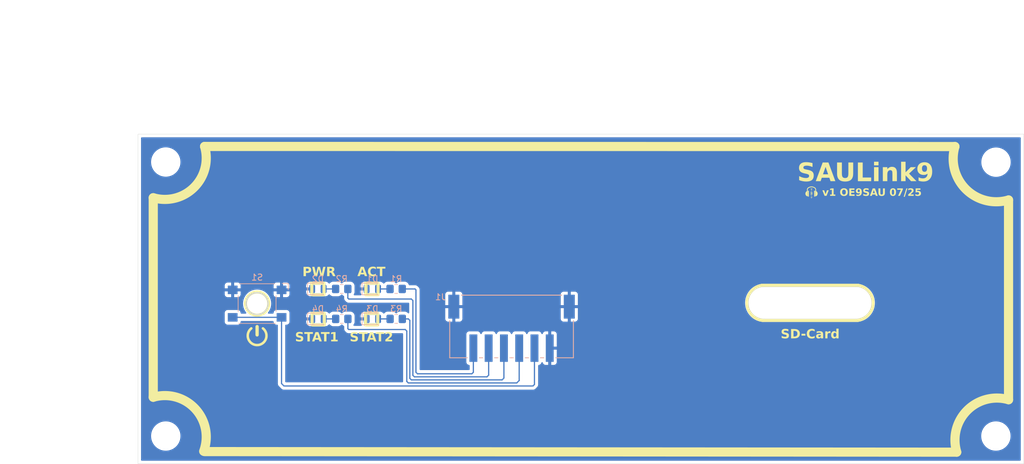
<source format=kicad_pcb>
(kicad_pcb (version 20240108) (generator "pcbnew") (generator_version "8.0")
  (layers (0 "F.Cu" signal) (31 "B.Cu" signal) (34 "B.Paste" user) (35 "F.Paste" user) (36 "B.SilkS" user "B.Silkscreen") (37 "F.SilkS" user "F.Silkscreen") (38 "B.Mask" user) (39 "F.Mask" user) (44 "Edge.Cuts" user))
  (net 0 "")
  (net 1 "GND")
  (footprint "MountingHole:MountingHole_4.3mm_M4" (layer "F.Cu") (at 79.05 68.55)
    (property "Reference" "REF1" (hide yes))
    (property "Value" "MountingHole_4.3mm_M4" (hide yes))
    (pad "" np_thru_hole circle (at 0 0) (size 4.3 4.3) (drill 4.3) (layers "F&B.Cu" "*.Mask"))
  )
  (footprint "LOGO" (layer "F.Cu") (at 184.75 73.55)
    (property "Reference" "G2" (hide yes))
    (property "Value" "LOGO" (hide yes))
    (fp_poly (pts (xy -0.000565 0.834474) (xy 0.087009 0.835065) (xy 0.087009 0.852015) (xy 0.087009 0.868965) (xy -0.000565 0.869557) (xy -0.08814 0.870148) (xy -0.08814 0.852015) (xy -0.08814 0.833882)) (fill solid) (layer "F.SilkS"))
    (fp_poly (pts (xy 0.02938 0.985355) (xy 0.02938 1.001174) (xy -0.00113 1.001174) (xy -0.03164 1.001174) (xy -0.03164 0.985355) (xy -0.03164 0.969535) (xy -0.00113 0.969535) (xy 0.02938 0.969535)) (fill solid) (layer "F.SilkS"))
    (fp_poly (pts (xy -0.000565 0.902261) (xy 0.05537 0.902865) (xy 0.056034 0.91925) (xy 0.056698 0.935635) (xy -0.001346 0.935635) (xy -0.059389 0.935635) (xy -0.057964 0.92377) (xy -0.057132 0.915912) (xy -0.056609 0.909185) (xy -0.056519 0.906781) (xy -0.0565 0.901656)) (fill solid) (layer "F.SilkS"))
    (fp_poly (pts (xy 0.116389 0.785346) (xy 0.116389 0.801166) (xy -0.000628 0.801751) (xy -0.027214 0.801867) (xy -0.049618 0.801924) (xy -0.068177 0.801913) (xy -0.083228 0.801828) (xy -0.09511 0.801661) (xy -0.104158 0.801406) (xy -0.110712 0.801054) (xy -0.115108 0.8006) (xy -0.117684 0.800035) (xy -0.118777 0.799353) (xy -0.118835 0.799238) (xy -0.11937 0.795401) (xy -0.119514 0.788715) (xy -0.119336 0.782833) (xy -0.118649 0.769526) (xy -0.00113 0.769526) (xy 0.116389 0.769526)) (fill solid) (layer "F.SilkS"))
    (fp_poly (pts (xy -0.522178 -0.298269) (xy -0.50562 -0.298208) (xy -0.492911 -0.298033) (xy -0.483381 -0.297693) (xy -0.47636 -0.297142) (xy -0.471176 -0.296331) (xy -0.46716 -0.295211) (xy -0.464427 -0.294102) (xy -0.455167 -0.288226) (xy -0.446477 -0.279858) (xy -0.439652 -0.27044) (xy -0.436341 -0.262884) (xy -0.436099 -0.259775) (xy -0.43587 -0.252417) (xy -0.435654 -0.241078) (xy -0.435451 -0.226029) (xy -0.435261 -0.207539) (xy -0.435085 -0.185878) (xy -0.434922 -0.161316) (xy -0.434773 -0.134123) (xy -0.434638 -0.104568) (xy -0.434517 -0.072922) (xy -0.43441 -0.039454) (xy -0.434317 -0.004434) (xy -0.434238 0.031868) (xy -0.434175 0.069183) (xy -0.434125 0.10724) (xy -0.434091 0.14577) (xy -0.434072 0.184502) (xy -0.434068 0.223168) (xy -0.434079 0.261497) (xy -0.434106 0.29922) (xy -0.434149 0.336066) (xy -0.434207 0.371766) (xy -0.434281 0.40605) (xy -0.434372 0.438648) (xy -0.434478 0.469291) (xy -0.434601 0.497708) (xy -0.434741 0.52363) (xy -0.434897 0.546787) (xy -0.43507 0.566909) (xy -0.43526 0.583726) (xy -0.435467 0.596969) (xy -0.435691 0.606368) (xy -0.435854 0.610432) (xy -0.436568 0.622426) (xy -0.43732 0.630877) (xy -0.43832 0.636759) (xy -0.439776 0.641046) (xy -0.441898 0.644711) (xy -0.443751 0.647246) (xy -0.44983 0.653868) (xy -0.457217 0.660189) (xy -0.459353 0.6617) (xy -0.468603 0.667826) (xy -0.519625 0.668223) (xy -0.534918 0.668246) (xy -0.549179 0.66809) (xy -0.561619 0.667778) (xy -0.571447 0.667331) (xy -0.577874 0.666773) (xy -0.579357 0.666514) (xy -0.591739 0.661467) (xy -0.60118 0.653163) (xy -0.60589 0.64545) (xy -0.60639 0.644233) (xy -0.606848 0.642747) (xy -0.607267 0.640801) (xy -0.607648 0.638207) (xy -0.607993 0.634774) (xy -0.608305 0.630313) (xy -0.608584 0.624633) (xy -0.608832 0.617544) (xy -0.609052 0.608858) (xy -0.609245 0.598383) (xy -0.609412 0.58593) (xy -0.609556 0.57131) (xy -0.609679 0.554332) (xy -0.609781 0.534806) (xy -0.609865 0.512543) (xy -0.609933 0.487353) (xy -0.609986 0.459045) (xy -0.610026 0.427431) (xy -0.610054 0.39232) (xy -0.610074 0.353522) (xy -0.610086 0.310847) (xy -0.610091 0.264106) (xy -0.610093 0.213109) (xy -0.610093 0.192099) (xy -0.610083 0.145941) (xy -0.610052 0.1012) (xy -0.610004 0.058084) (xy -0.609937 0.016798) (xy -0.609854 -0.022449) (xy -0.609755 -0.059453) (xy -0.609641 -0.094005) (xy -0.609512 -0.125901) (xy -0.609371 -0.154932) (xy -0.609218 -0.180892) (xy -0.609053 -0.203575) (xy -0.608877 -0.222774) (xy -0.608692 -0.238283) (xy -0.608499 -0.249894) (xy -0.608298 -0.257401) (xy -0.60809 -0.260599) (xy -0.608087 -0.260612) (xy -0.60287 -0.273497) (xy -0.594008 -0.284497) (xy -0.582378 -0.292594) (xy -0.578446 -0.29448) (xy -0.574783 -0.295897) (xy -0.570688 -0.296913) (xy -0.565462 -0.297592) (xy -0.558405 -0.298001) (xy -0.548816 -0.298206) (xy -0.535997 -0.298272)) (fill solid) (layer "F.SilkS"))
    (fp_poly (pts (xy 0.563337 -0.295862) (xy 0.572158 -0.29571) (xy 0.578599 -0.295383) (xy 0.583194 -0.294848) (xy 0.586478 -0.294072) (xy 0.588987 -0.293023) (xy 0.591254 -0.291669) (xy 0.592209 -0.291037) (xy 0.594004 -0.289981) (xy 0.595654 -0.289182) (xy 0.597166 -0.288455) (xy 0.598546 -0.287616) (xy 0.599801 -0.286481) (xy 0.600936 -0.284865) (xy 0.601959 -0.282586) (xy 0.602874 -0.279459) (xy 0.603689 -0.275299) (xy 0.60441 -0.269924) (xy 0.605042 -0.263148) (xy 0.605592 -0.254788) (xy 0.606067 -0.244659) (xy 0.606472 -0.232579) (xy 0.606814 -0.218362) (xy 0.607099 -0.201825) (xy 0.607333 -0.182783) (xy 0.607522 -0.161053) (xy 0.607673 -0.136451) (xy 0.607791 -0.108792) (xy 0.607884 -0.077893) (xy 0.607957 -0.043569) (xy 0.608016 -0.005637) (xy 0.608068 0.036088) (xy 0.608119 0.08179) (xy 0.608175 0.131652) (xy 0.608239 0.183183) (xy 0.608308 0.236391) (xy 0.608371 0.285266) (xy 0.608423 0.329997) (xy 0.608465 0.370772) (xy 0.608495 0.407779) (xy 0.60851 0.441205) (xy 0.608509 0.471239) (xy 0.608491 0.498068) (xy 0.608454 0.52188) (xy 0.608396 0.542864) (xy 0.608315 0.561206) (xy 0.608211 0.577096) (xy 0.608081 0.59072) (xy 0.607924 0.602267) (xy 0.607737 0.611925) (xy 0.607521 0.619882) (xy 0.607272 0.626325) (xy 0.606989 0.631442) (xy 0.606671 0.635422) (xy 0.606316 0.638452) (xy 0.605922 0.640721) (xy 0.605488 0.642415) (xy 0.605012 0.643723) (xy 0.604493 0.644833) (xy 0.604227 0.645351) (xy 0.597981 0.653648) (xy 0.588827 0.660972) (xy 0.588707 0.661046) (xy 0.577796 0.667826) (xy 0.523372 0.668418) (xy 0.506027 0.668579) (xy 0.492574 0.668611) (xy 0.482388 0.668479) (xy 0.474843 0.668148) (xy 0.469311 0.66758) (xy 0.465167 0.66674) (xy 0.461784 0.665591) (xy 0.459907 0.664762) (xy 0.448849 0.657715) (xy 0.440761 0.647991) (xy 0.43703 0.640676) (xy 0.436569 0.639405) (xy 0.436147 0.637694) (xy 0.43576 0.635355) (xy 0.435408 0.632199) (xy 0.435089 0.628039) (xy 0.434801 0.622686) (xy 0.434544 0.615951) (xy 0.434314 0.607647) (xy 0.434111 0.597585) (xy 0.433934 0.585576) (xy 0.43378 0.571433) (xy 0.433647 0.554967) (xy 0.433535 0.53599) (xy 0.433442 0.514313) (xy 0.433366 0.489749) (xy 0.433305 0.462108) (xy 0.433258 0.431203) (xy 0.433224 0.396845) (xy 0.4332 0.358846) (xy 0.433186 0.317018) (xy 0.433179 0.271171) (xy 0.433178 0.221119) (xy 0.433179 0.185285) (xy 0.433189 0.129692) (xy 0.433212 0.078465) (xy 0.433248 0.03145) (xy 0.433298 -0.011506) (xy 0.433363 -0.050556) (xy 0.433444 -0.085856) (xy 0.433542 -0.117557) (xy 0.433659 -0.145815) (xy 0.433794 -0.170783) (xy 0.433949 -0.192614) (xy 0.434125 -0.211463) (xy 0.434323 -0.227482) (xy 0.434543 -0.240827) (xy 0.434788 -0.251649) (xy 0.435057 -0.260104) (xy 0.435351 -0.266345) (xy 0.435672 -0.270525) (xy 0.435994 -0.272692) (xy 0.439011 -0.28132) (xy 0.443136 -0.288199) (xy 0.444435 -0.289608) (xy 0.446135 -0.291127) (xy 0.447985 -0.29233) (xy 0.450503 -0.293261) (xy 0.454208 -0.293961) (xy 0.459621 -0.294474) (xy 0.46726 -0.294842) (xy 0.477644 -0.295107) (xy 0.491293 -0.295313) (xy 0.508726 -0.295502) (xy 0.517244 -0.295586) (xy 0.536415 -0.295767) (xy 0.551601 -0.29587)) (fill solid) (layer "F.SilkS"))
    (fp_poly (pts (xy 0.038956 -0.998464) (xy 0.05826 -0.997778) (xy 0.071668 -0.996849) (xy 0.12814 -0.990165) (xy 0.183475 -0.980515) (xy 0.238306 -0.967724) (xy 0.293263 -0.951618) (xy 0.34898 -0.932024) (xy 0.406088 -0.908767) (xy 0.429398 -0.89843) (xy 0.466148 -0.881087) (xy 0.499001 -0.864067) (xy 0.528525 -0.846995) (xy 0.555289 -0.829495) (xy 0.579862 -0.811191) (xy 0.602811 -0.791708) (xy 0.624705 -0.77067) (xy 0.628277 -0.767001) (xy 0.65811 -0.733383) (xy 0.684118 -0.698407) (xy 0.706175 -0.662316) (xy 0.724152 -0.625358) (xy 0.737922 -0.587777) (xy 0.747358 -0.549819) (xy 0.750163 -0.532629) (xy 0.750691 -0.526344) (xy 0.751163 -0.515796) (xy 0.751573 -0.501242) (xy 0.751918 -0.482938) (xy 0.752196 -0.461141) (xy 0.7524 -0.436107) (xy 0.752528 -0.408093) (xy 0.752576 -0.377356) (xy 0.752576 -0.37504) (xy 0.752576 -0.235131) (xy 0.762181 -0.230247) (xy 0.77584 -0.222453) (xy 0.791651 -0.212017) (xy 0.808705 -0.199619) (xy 0.826091 -0.185942) (xy 0.842901 -0.171667) (xy 0.854604 -0.160959) (xy 0.886369 -0.127758) (xy 0.914512 -0.092036) (xy 0.93895 -0.054088) (xy 0.959598 -0.014207) (xy 0.976369 0.02731) (xy 0.989178 0.070169) (xy 0.997942 0.114075) (xy 1.002573 0.158733) (xy 1.002988 0.203849) (xy 0.999101 0.249127) (xy 0.990826 0.294273) (xy 0.988671 0.303129) (xy 0.981149 0.329734) (xy 0.972273 0.354966) (xy 0.961351 0.380694) (xy 0.954888 0.394368) (xy 0.932687 0.434876) (xy 0.906781 0.472841) (xy 0.877291 0.508125) (xy 0.84434 0.54059) (xy 0.80805 0.5701) (xy 0.785663 0.585711) (xy 0.765641 0.598897) (xy 0.693684 0.598897) (xy 0.621728 0.598897) (xy 0.620949 0.040115) (xy 0.62017 -0.518667) (xy 0.615327 -0.534487) (xy 0.605357 -0.562378) (xy 0.592789 -0.588949) (xy 0.577237 -0.614817) (xy 0.558315 -0.640599) (xy 0.535634 -0.666912) (xy 0.525447 -0.677699) (xy 0.496301 -0.705699) (xy 0.466055 -0.730633) (xy 0.435322 -0.75203) (xy 0.405577 -0.768992) (xy 0.39275 -0.775008) (xy 0.376319 -0.781976) (xy 0.357034 -0.789631) (xy 0.335643 -0.797708) (xy 0.312895 -0.805943) (xy 0.289541 -0.814072) (xy 0.266328 -0.82183) (xy 0.244008 -0.828953) (xy 0.223328 -0.835177) (xy 0.205038 -0.840238) (xy 0.200009 -0.841519) (xy 0.164375 -0.849903) (xy 0.131794 -0.856501) (xy 0.101231 -0.861451) (xy 0.071649 -0.864892) (xy 0.042011 -0.866963) (xy 0.011282 -0.867802) (xy 0.003303 -0.867835) (xy -0.037969 -0.866854) (xy -0.078502 -0.863825) (xy -0.118923 -0.858623) (xy -0.159857 -0.851119) (xy -0.20193 -0.841188) (xy -0.245768 -0.828702) (xy -0.291997 -0.813535) (xy -0.327121 -0.80088) (xy -0.356696 -0.789547) (xy -0.382538 -0.778855) (xy -0.405311 -0.768399) (xy -0.425679 -0.757774) (xy -0.444307 -0.746574) (xy -0.461859 -0.734393) (xy -0.478998 -0.720826) (xy -0.496389 -0.705468) (xy -0.514696 -0.687912) (xy -0.51881 -0.683817) (xy -0.54225 -0.659222) (xy -0.562023 -0.635873) (xy -0.57856 -0.613103) (xy -0.59229 -0.590248) (xy -0.603644 -0.566642) (xy -0.613051 -0.54162) (xy -0.615328 -0.534487) (xy -0.620204 -0.518667) (xy -0.620951 0.040115) (xy -0.621697 0.598897) (xy -0.694482 0.598798) (xy -0.767266 0.598699) (xy -0.789224 0.583543) (xy -0.823751 0.557939) (xy -0.854445 0.531325) (xy -0.881976 0.503069) (xy -0.907013 0.472539) (xy -0.907021 0.472528) (xy -0.932998 0.434412) (xy -0.954898 0.394637) (xy -0.972727 0.353484) (xy -0.986491 0.311235) (xy -0.996194 0.268175) (xy -1.001842 0.224584) (xy -1.003439 0.180745) (xy -1.000994 0.136941) (xy -0.994508 0.093454) (xy -0.983988 0.050567) (xy -0.969439 0.008561) (xy -0.950867 -0.03228) (xy -0.928276 -0.071675) (xy -0.901672 -0.10934) (xy -0.896072 -0.116391) (xy -0.868327 -0.147519) (xy -0.837162 -0.176783) (xy -0.803569 -0.203309) (xy -0.777708 -0.220676) (xy -0.752818 -0.236169) (xy -0.751962 -0.387588) (xy -0.751796 -0.41779) (xy -0.751644 -0.443866) (xy -0.75148 -0.466209) (xy -0.751277 -0.485212) (xy -0.751008 -0.501269) (xy -0.750645 -0.514773) (xy -0.750162 -0.526118) (xy -0.749531 -0.535697) (xy -0.748725 -0.543904) (xy -0.747717 -0.551132) (xy -0.746481 -0.557774) (xy -0.744988 -0.564223) (xy -0.743212 -0.570874) (xy -0.741125 -0.578119) (xy -0.738702 -0.586353) (xy -0.738128 -0.588308) (xy -0.730771 -0.609579) (xy -0.72071 -0.632905) (xy -0.708513 -0.657218) (xy -0.694746 -0.681453) (xy -0.679975 -0.704543) (xy -0.666497 -0.723196) (xy -0.646394 -0.747424) (xy -0.623786 -0.771438) (xy -0.599619 -0.794367) (xy -0.574835 -0.815341) (xy -0.550382 -0.83349) (xy -0.537877 -0.841667) (xy -0.513748 -0.855841) (xy -0.486058 -0.870718) (xy -0.455629 -0.885897) (xy -0.423284 -0.900977) (xy -0.389845 -0.915556) (xy -0.368156 -0.924476) (xy -0.303325 -0.948274) (xy -0.238427 -0.967626) (xy -0.173198 -0.982606) (xy -0.114129 -0.992388) (xy -0.097363 -0.994252) (xy -0.077223 -0.995825) (xy -0.054712 -0.997082) (xy -0.030835 -0.997998) (xy -0.006596 -0.99855) (xy 0.017003 -0.998713)) (fill solid) (layer "F.SilkS"))
    (fp_poly (pts (xy -0.008101 -0.659698) (xy 0.013324 -0.659617) (xy 0.034695 -0.659492) (xy 0.05553 -0.659326) (xy 0.075343 -0.659122) (xy 0.09365 -0.658883) (xy 0.109968 -0.658613) (xy 0.123813 -0.658313) (xy 0.1347 -0.657988) (xy 0.142145 -0.657639) (xy 0.145664 -0.657271) (xy 0.145866 -0.657185) (xy 0.145095 -0.654971) (xy 0.142316 -0.649155) (xy 0.137714 -0.640085) (xy 0.131473 -0.62811) (xy 0.123779 -0.61358) (xy 0.114816 -0.596844) (xy 0.104769 -0.578251) (xy 0.093823 -0.558151) (xy 0.082773 -0.537999) (xy 0.01808 -0.420416) (xy 0.01808 -0.268) (xy 0.01808 -0.115585) (xy 0.006215 -0.114382) (xy -0.001611 -0.113681) (xy -0.012069 -0.112868) (xy -0.023276 -0.112085) (xy -0.026793 -0.11186) (xy -0.038879 -0.110809) (xy -0.051823 -0.109214) (xy -0.063199 -0.107382) (xy -0.065212 -0.106986) (xy -0.081284 -0.10286) (xy -0.093246 -0.097835) (xy -0.10146 -0.091682) (xy -0.106286 -0.084169) (xy -0.107523 -0.079926) (xy -0.107843 -0.075239) (xy -0.106054 -0.071308) (xy -0.101389 -0.066567) (xy -0.100661 -0.065924) (xy -0.094046 -0.060951) (xy -0.085451 -0.055622) (xy -0.076074 -0.050551) (xy -0.067112 -0.046354) (xy -0.059761 -0.043647) (xy -0.055991 -0.042964) (xy -0.0519 -0.043567) (xy -0.044502 -0.045195) (xy -0.034829 -0.047604) (xy -0.023912 -0.050547) (xy -0.023345 -0.050706) (xy 0.003542 -0.057401) (xy 0.029185 -0.062123) (xy 0.053085 -0.064844) (xy 0.074738 -0.065538) (xy 0.093645 -0.064176) (xy 0.109304 -0.06073) (xy 0.115501 -0.058336) (xy 0.126059 -0.052129) (xy 0.134125 -0.044689) (xy 0.134711 -0.043946) (xy 0.138528 -0.038214) (xy 0.140496 -0.032657) (xy 0.141175 -0.025334) (xy 0.141211 -0.021412) (xy 0.140828 -0.01272) (xy 0.139371 -0.006598) (xy 0.136292 -0.001128) (xy 0.134865 0.000812) (xy 0.126375 0.009262) (xy 0.115267 0.015532) (xy 0.101183 0.019718) (xy 0.083762 0.021915) (xy 0.062644 0.022221) (xy 0.05579 0.02197) (xy 0.036735 0.020636) (xy 0.019188 0.01832) (xy 0.001533 0.014726) (xy -0.017846 0.009558) (xy -0.02737 0.006697) (xy -0.037487 0.003801) (xy -0.046783 0.001536) (xy -0.053901 0.000213) (xy -0.05642 0) (xy -0.062949 0.001177) (xy -0.071318 0.004329) (xy -0.080593 0.008891) (xy -0.089839 0.014297) (xy -0.098121 0.019979) (xy -0.104504 0.025371) (xy -0.108055 0.029908) (xy -0.108479 0.031544) (xy -0.10657 0.035483) (xy -0.101428 0.040689) (xy -0.093934 0.046551) (xy -0.084968 0.052459) (xy -0.07541 0.057806) (xy -0.066141 0.06198) (xy -0.062821 0.063151) (xy -0.05839 0.064259) (xy -0.053919 0.064416) (xy -0.048246 0.063463) (xy -0.040209 0.061241) (xy -0.033441 0.059128) (xy -0.013794 0.053566) (xy 0.007162 0.048856) (xy 0.028369 0.045151) (xy 0.048771 0.042605) (xy 0.067312 0.04137) (xy 0.082933 0.041598) (xy 0.085869 0.04186) (xy 0.103393 0.045118) (xy 0.118096 0.050723) (xy 0.129635 0.058412) (xy 0.137664 0.067922) (xy 0.141842 0.07899) (xy 0.142379 0.085017) (xy 0.140219 0.097611) (xy 0.134061 0.108825) (xy 0.124393 0.117856) (xy 0.121374 0.119741) (xy 0.105466 0.126369) (xy 0.086153 0.130027) (xy 0.063438 0.130715) (xy 0.037325 0.128434) (xy 0.007816 0.123182) (xy -0.024687 0.115072) (xy -0.035385 0.112305) (xy -0.045412 0.110109) (xy -0.053403 0.108765) (xy -0.056956 0.108479) (xy -0.064237 0.10965) (xy -0.073118 0.112786) (xy -0.082652 0.117327) (xy -0.091894 0.122712) (xy -0.099897 0.128378) (xy -0.105714 0.133766) (xy -0.108401 0.138313) (xy -0.108479 0.139047) (xy -0.106649 0.142631) (xy -0.101764 0.14764) (xy -0.094738 0.15333) (xy -0.086482 0.158956) (xy -0.078563 0.163449) (xy -0.069661 0.167191) (xy -0.060831 0.169019) (xy -0.051047 0.168917) (xy -0.039283 0.166872) (xy -0.024512 0.162869) (xy -0.023972 0.162707) (xy 0.003874 0.155367) (xy 0.030289 0.150758) (xy 0.057197 0.148583) (xy 0.06893 0.148324) (xy 0.081678 0.148333) (xy 0.091016 0.148652) (xy 0.098051 0.149411) (xy 0.103889 0.15074) (xy 0.109637 0.152766) (xy 0.110739 0.153212) (xy 0.121552 0.15828) (xy 0.129265 0.163693) (xy 0.135242 0.170514) (xy 0.137673 0.174238) (xy 0.141676 0.184996) (xy 0.141677 0.197016) (xy 0.137685 0.209474) (xy 0.137294 0.210265) (xy 0.130068 0.219671) (xy 0.119122 0.226989) (xy 0.104754 0.2322) (xy 0.087262 0.235286) (xy 0.066945 0.236228) (xy 0.044099 0.23501) (xy 0.019024 0.231611) (xy -0.007983 0.226015) (xy -0.02905 0.220444) (xy -0.040472 0.217193) (xy -0.048511 0.2151) (xy -0.054121 0.214056) (xy -0.058257 0.213952) (xy -0.061875 0.21468) (xy -0.06593 0.216131) (xy -0.066154 0.216218) (xy -0.07326 0.219504) (xy -0.081616 0.224151) (xy -0.090193 0.229486) (xy -0.097965 0.234833) (xy -0.103904 0.239516) (xy -0.106982 0.24286) (xy -0.107106 0.24313) (xy -0.107247 0.247963) (xy -0.106282 0.250741) (xy -0.102572 0.254846) (xy -0.095616 0.260104) (xy -0.086338 0.265915) (xy -0.075657 0.271679) (xy -0.069871 0.274451) (xy -0.057252 0.280225) (xy -0.038231 0.274432) (xy -0.013456 0.267382) (xy 0.008662 0.262234) (xy 0.029443 0.258742) (xy 0.050208 0.256661) (xy 0.059896 0.256119) (xy 0.073912 0.255629) (xy 0.084461 0.255604) (xy 0.092579 0.256098) (xy 0.099299 0.257162) (xy 0.104108 0.258386) (xy 0.119299 0.264435) (xy 0.130701 0.272574) (xy 0.138188 0.282658) (xy 0.141634 0.294541) (xy 0.141753 0.301915) (xy 0.13962 0.313035) (xy 0.134608 0.321946) (xy 0.126142 0.32938) (xy 0.11572 0.335123) (xy 0.100419 0.340281) (xy 0.081839 0.342937) (xy 0.059885 0.343085) (xy 0.034464 0.340723) (xy 0.00548 0.335845) (xy -0.026506 0.328612) (xy -0.039063 0.325502) (xy -0.048154 0.323412) (xy -0.054693 0.322247) (xy -0.059595 0.32191) (xy -0.063775 0.322309) (xy -0.068147 0.323347) (xy -0.070576 0.324043) (xy -0.080362 0.327676) (xy -0.090098 0.332599) (xy -0.098554 0.338065) (xy -0.104504 0.343332) (xy -0.106113 0.34558) (xy -0.107772 0.353131) (xy -0.105634 0.361372) (xy -0.100172 0.369511) (xy -0.091858 0.376754) (xy -0.08526 0.380553) (xy -0.077161 0.383934) (xy -0.068102 0.386593) (xy -0.057313 0.388658) (xy -0.044024 0.390257) (xy -0.027464 0.391518) (xy -0.015255 0.392184) (xy 0.01582 0.393701) (xy 0.01582 0.547149) (xy 0.01582 0.700596) (xy 0.08249 0.700596) (xy 0.149159 0.700596) (xy 0.149159 0.717546) (xy 0.149159 0.734496) (xy 0 0.734496) (xy -0.149159 0.734496) (xy -0.149159 0.717546) (xy -0.149159 0.700596) (xy -0.08475 0.700596) (xy -0.02034 0.700596) (xy -0.02034 0.56421) (xy -0.02034 0.427825) (xy -0.043505 0.426386) (xy -0.069063 0.423472) (xy -0.090962 0.418146) (xy -0.109152 0.410432) (xy -0.123581 0.400356) (xy -0.134198 0.387942) (xy -0.138387 0.380142) (xy -0.141712 0.368799) (xy -0.14284 0.356004) (xy -0.141717 0.343732) (xy -0.139588 0.336574) (xy -0.133391 0.325997) (xy -0.124259 0.315464) (xy -0.113537 0.306474) (xy -0.11121 0.304923) (xy -0.101511 0.29876) (xy -0.102091 0.298363) (xy 0.010408 0.298363) (xy 0.010654 0.300172) (xy 0.014689 0.301883) (xy 0.02178 0.303443) (xy 0.031195 0.304796) (xy 0.042204 0.305887) (xy 0.054075 0.306661) (xy 0.066076 0.307063) (xy 0.077475 0.307039) (xy 0.087541 0.306532) (xy 0.095542 0.305488) (xy 0.097882 0.304941) (xy 0.104092 0.302197) (xy 0.10599 0.299012) (xy 0.10367 0.295964) (xy 0.097226 0.29363) (xy 0.096025 0.293398) (xy 0.087066 0.292359) (xy 0.075826 0.291871) (xy 0.063219 0.291881) (xy 0.05016 0.292337) (xy 0.037561 0.293186) (xy 0.026338 0.294374) (xy 0.017405 0.295848) (xy 0.011674 0.297556) (xy 0.010408 0.298363) (xy -0.102091 0.298363) (xy -0.10895 0.293668) (xy -0.117469 0.287125) (xy -0.126034 0.279364) (xy -0.133482 0.27154) (xy -0.138649 0.264807) (xy -0.139456 0.263414) (xy -0.141946 0.255168) (xy -0.142557 0.244937) (xy -0.141311 0.234835) (xy -0.139066 0.228407) (xy -0.135884 0.223974) (xy -0.130253 0.217686) (xy -0.123165 0.210618) (xy -0.119838 0.207538) (xy -0.112987 0.201235) (xy -0.107624 0.196087) (xy -0.104488 0.192815) (xy -0.103986 0.192083) (xy 0.01356 0.192083) (xy 0.015724 0.194822) (xy 0.021872 0.197081) (xy 0.031483 0.198786) (xy 0.04404 0.19986) (xy 0.059023 0.20023) (xy 0.06893 0.200083) (xy 0.079742 0.19957) (xy 0.089445 0.198742) (xy 0.096796 0.197726) (xy 0.100004 0.196921) (xy 0.105087 0.194019) (xy 0.10617 0.191138) (xy 0.103771 0.188433) (xy 0.098407 0.186057) (xy 0.090597 0.184165) (xy 0.080859 0.182913) (xy 0.069709 0.182454) (xy 0.057668 0.182943) (xy 0.05424 0.183267) (xy 0.040976 0.18492) (xy 0.029607 0.186792) (xy 0.020805 0.188736) (xy 0.015242 0.190607) (xy 0.01356 0.192083) (xy -0.103986 0.192083) (xy -0.103981 0.192075) (xy -0.105604 0.190202) (xy -0.109893 0.186361) (xy -0.115947 0.181356) (xy -0.116412 0.180984) (xy -0.128858 0.16958) (xy -0.137122 0.158409) (xy -0.141489 0.147005) (xy -0.142379 0.138444) (xy -0.141117 0.128175) (xy -0.137036 0.118628) (xy -0.129692 0.109117) (xy -0.118644 0.098951) (xy -0.11523 0.09621) (xy -0.103888 0.087299) (xy 0.014839 0.087299) (xy 0.01791 0.088896) (xy 0.024806 0.090642) (xy 0.029956 0.091695) (xy 0.041016 0.093322) (xy 0.053709 0.094319) (xy 0.066861 0.094688) (xy 0.079299 0.094429) (xy 0.089847 0.093543) (xy 0.097334 0.092031) (xy 0.098382 0.091645) (xy 0.104348 0.088384) (xy 0.105881 0.085301) (xy 0.103048 0.082163) (xy 0.101425 0.081212) (xy 0.097105 0.080207) (xy 0.089267 0.079565) (xy 0.078898 0.079261) (xy 0.066984 0.07927) (xy 0.05451 0.079569) (xy 0.042462 0.080131) (xy 0.031827 0.080932) (xy 0.02359 0.081947) (xy 0.018737 0.083153) (xy 0.018451 0.083296) (xy 0.015163 0.085537) (xy 0.014839 0.087299) (xy -0.103888 0.087299) (xy -0.101115 0.08512) (xy -0.107622 0.080453) (xy -0.115481 0.074261) (xy -0.123665 0.066914) (xy -0.131119 0.059452) (xy -0.136788 0.052916) (xy -0.139187 0.049338) (xy -0.141479 0.04169) (xy -0.142267 0.031915) (xy -0.141551 0.022105) (xy -0.139334 0.014349) (xy -0.139163 0.014013) (xy -0.135722 0.009189) (xy -0.129879 0.002577) (xy -0.122719 -0.004735) (xy -0.115326 -0.011657) (xy -0.108785 -0.017101) (xy -0.1067 -0.018588) (xy -0.104301 -0.020353) (xy -0.104026 -0.021008) (xy 0.011108 -0.021008) (xy 0.014845 -0.019102) (xy 0.022142 -0.017041) (xy 0.03164 -0.015148) (xy 0.037778 -0.014556) (xy 0.047126 -0.014186) (xy 0.058381 -0.014034) (xy 0.070239 -0.014094) (xy 0.081395 -0.01436) (xy 0.090547 -0.014827) (xy 0.096025 -0.01542) (xy 0.102718 -0.017625) (xy 0.105844 -0.020796) (xy 0.105127 -0.02423) (xy 0.100587 -0.027113) (xy 0.094616 -0.028317) (xy 0.085272 -0.028961) (xy 0.07357 -0.029098) (xy 0.060527 -0.028779) (xy 0.047158 -0.028056) (xy 0.034479 -0.02698) (xy 0.023505 -0.025603) (xy 0.015252 -0.023976) (xy 0.011397 -0.022588) (xy 0.011108 -0.021008) (xy -0.104026 -0.021008) (xy -0.103595 -0.022036) (xy -0.105036 -0.024366) (xy -0.109078 -0.028076) (xy -0.116175 -0.033896) (xy -0.116227 -0.033939) (xy -0.127009 -0.043202) (xy -0.134453 -0.051111) (xy -0.139121 -0.0586) (xy -0.141573 -0.066606) (xy -0.142368 -0.076063) (xy -0.142379 -0.077616) (xy -0.140822 -0.092401) (xy -0.135942 -0.104949) (xy -0.127431 -0.115687) (xy -0.114977 -0.125043) (xy -0.103534 -0.131097) (xy -0.092607 -0.135387) (xy -0.07915 -0.139474) (xy -0.064734 -0.142988) (xy -0.050931 -0.145556) (xy -0.039312 -0.146806) (xy -0.03691 -0.14687) (xy -0.0335 -0.146755) (xy -0.03059 -0.146608) (xy -0.02814 -0.146757) (xy -0.02611 -0.147533) (xy -0.024463 -0.149265) (xy -0.023157 -0.152281) (xy -0.022155 -0.156912) (xy -0.021416 -0.163486) (xy -0.020902 -0.172333) (xy -0.020574 -0.183783) (xy -0.020391 -0.198165) (xy -0.020316 -0.215808) (xy -0.020308 -0.237042) (xy -0.020329 -0.262196) (xy -0.02034 -0.286) (xy -0.02034 -0.422356) (xy -0.070904 -0.514582) (xy -0.081766 -0.534405) (xy -0.092436 -0.5539) (xy -0.102617 -0.572523) (xy -0.112013 -0.589731) (xy -0.120326 -0.60498) (xy -0.127261 -0.617725) (xy -0.129846 -0.622492) (xy -0.08814 -0.622492) (xy -0.087083 -0.620274) (xy -0.084091 -0.614603) (xy -0.079432 -0.60597) (xy -0.073374 -0.594869) (xy -0.066185 -0.581791) (xy -0.058133 -0.567231) (xy -0.054805 -0.561234) (xy -0.02147 -0.50124) (xy -0.020866 -0.559636) (xy -0.020743 -0.575538) (xy -0.020712 -0.590013) (xy -0.020767 -0.602427) (xy -0.020904 -0.612146) (xy -0.021116 -0.618535) (xy -0.02136 -0.620894) (xy -0.023112 -0.622098) (xy -0.027624 -0.622943) (xy -0.035389 -0.62347) (xy -0.046896 -0.623721) (xy -0.055299 -0.623757) (xy 0.02034 -0.623757) (xy 0.020362 -0.563302) (xy 0.020384 -0.502847) (xy 0.054262 -0.562525) (xy 0.062708 -0.577429) (xy 0.070386 -0.591023) (xy 0.077022 -0.602822) (xy 0.082346 -0.612342) (xy 0.086085 -0.619095) (xy 0.087967 -0.622599) (xy 0.088139 -0.62298) (xy 0.08601 -0.62325) (xy 0.080141 -0.62348) (xy 0.071315 -0.62365) (xy 0.060313 -0.623744) (xy 0.05424 -0.623757) (xy 0.02034 -0.623757) (xy -0.055299 -0.623757) (xy -0.066898 -0.623675) (xy -0.0767 -0.623449) (xy -0.083909 -0.623111) (xy -0.087734 -0.62269) (xy -0.08814 -0.622492) (xy -0.129846 -0.622492) (xy -0.132519 -0.627423) (xy -0.134995 -0.632017) (xy -0.148522 -0.657227) (xy -0.118896 -0.658798) (xy -0.110654 -0.659105) (xy -0.099077 -0.659348) (xy -0.084649 -0.659529) (xy -0.067853 -0.659652) (xy -0.049173 -0.659719) (xy -0.029095 -0.659733)) (fill solid) (layer "F.SilkS"))
  )
  (footprint "MountingHole:MountingHole_4.3mm_M4" (layer "F.Cu") (at 214.95 68.575)
    (property "Reference" "REF2" (hide yes))
    (property "Value" "MountingHole_4.3mm_M4" (hide yes))
    (pad "" np_thru_hole circle (at 0 0) (size 4.3 4.3) (drill 4.3) (layers "*.Cu" "*.Mask"))
  )
  (footprint "MountingHole:MountingHole_4.3mm_M4" (layer "F.Cu") (at 214.93 113.45)
    (property "Reference" "REF3" (hide yes))
    (property "Value" "MountingHole_4.3mm_M4" (hide yes))
    (pad "" np_thru_hole circle (at 0 0) (size 4.3 4.3) (drill 4.3) (layers "F&B.Cu" "*.Mask"))
  )
  (footprint "LOGO" (layer "F.Cu") (at 94 97)
    (property "Reference" "G0" (hide yes))
    (property "Value" "LOGO" (hide yes))
    (fp_poly (pts (xy 0.032264 -1.746442) (xy 0.055744 -1.744458) (xy 0.075319 -1.739977) (xy 0.095867 -1.732042) (xy 0.11104 -1.725059) (xy 0.164033 -1.692763) (xy 0.207475 -1.651086) (xy 0.240488 -1.601166) (xy 0.262195 -1.544139) (xy 0.266912 -1.522973) (xy 0.26818 -1.508863) (xy 0.269283 -1.481259) (xy 0.270221 -1.440338) (xy 0.270992 -1.386279) (xy 0.271595 -1.319261) (xy 0.272029 -1.239462) (xy 0.272292 -1.147062) (xy 0.272383 -1.042237) (xy 0.272301 -0.925168) (xy 0.272045 -0.796032) (xy 0.27199 -0.775029) (xy 0.271678 -0.661037) (xy 0.271384 -0.559905) (xy 0.271091 -0.47082) (xy 0.270779 -0.392968) (xy 0.270431 -0.325535) (xy 0.270029 -0.267707) (xy 0.269555 -0.21867) (xy 0.26899 -0.177612) (xy 0.268317 -0.143717) (xy 0.267518 -0.116172) (xy 0.266573 -0.094164) (xy 0.265466 -0.076878) (xy 0.264178 -0.063501) (xy 0.262692 -0.053219) (xy 0.260988 -0.045218) (xy 0.259049 -0.038684) (xy 0.256858 -0.032804) (xy 0.255421 -0.029268) (xy 0.228094 0.021896) (xy 0.191574 0.066926) (xy 0.148231 0.103475) (xy 0.100439 0.129195) (xy 0.092147 0.132285) (xy 0.054879 0.14139) (xy 0.011582 0.14609) (xy -0.030653 0.14583) (xy -0.05025 0.143477) (xy -0.103117 0.12756) (xy -0.151828 0.100071) (xy -0.194526 0.062917) (xy -0.229354 0.018007) (xy -0.254458 -0.032753) (xy -0.266751 -0.079006) (xy -0.267819 -0.092455) (xy -0.268794 -0.118423) (xy -0.269676 -0.155756) (xy -0.270465 -0.203301) (xy -0.271162 -0.259903) (xy -0.271764 -0.324408) (xy -0.272274 -0.395663) (xy -0.27269 -0.472514) (xy -0.273013 -0.553805) (xy -0.273242 -0.638385) (xy -0.273377 -0.725098) (xy -0.273418 -0.81279) (xy -0.273365 -0.900308) (xy -0.273218 -0.986498) (xy -0.272977 -1.070205) (xy -0.272642 -1.150276) (xy -0.272212 -1.225557) (xy -0.271687 -1.294894) (xy -0.271068 -1.357132) (xy -0.270354 -1.411118) (xy -0.269545 -1.455698) (xy -0.268642 -1.489718) (xy -0.267643 -1.512024) (xy -0.266889 -1.52004) (xy -0.250627 -1.578732) (xy -0.222577 -1.631184) (xy -0.18368 -1.676163) (xy -0.134873 -1.712433) (xy -0.11104 -1.725059) (xy -0.087485 -1.735585) (xy -0.067892 -1.742069) (xy -0.047384 -1.74547) (xy -0.021082 -1.746746) (xy 0 -1.746891)) (fill solid) (layer "F.SilkS"))
    (fp_poly (pts (xy 0.984716 -1.392233) (xy 1.014826 -1.384106) (xy 1.046089 -1.36913) (xy 1.080974 -1.346106) (xy 1.121951 -1.313834) (xy 1.124982 -1.311306) (xy 1.233243 -1.211954) (xy 1.332825 -1.102682) (xy 1.423022 -0.984677) (xy 1.503128 -0.859128) (xy 1.57244 -0.727223) (xy 1.630249 -0.59015) (xy 1.675853 -0.449097) (xy 1.702013 -0.339475) (xy 1.711675 -0.289816) (xy 1.719152 -0.246055) (xy 1.724704 -0.205152) (xy 1.728592 -0.16407) (xy 1.731076 -0.119769) (xy 1.732417 -0.06921) (xy 1.732875 -0.009353) (xy 1.732865 0.020511) (xy 1.732579 0.078526) (xy 1.731878 0.125496) (xy 1.730608 0.16405) (xy 1.728612 0.196816) (xy 1.725734 0.226421) (xy 1.721821 0.255494) (xy 1.717335 0.283078) (xy 1.693135 0.403886) (xy 1.663179 0.515987) (xy 1.626105 0.623622) (xy 1.580551 0.731034) (xy 1.559096 0.776016) (xy 1.484988 0.911632) (xy 1.400112 1.039139) (xy 1.305028 1.158012) (xy 1.200297 1.267729) (xy 1.08648 1.367765) (xy 0.964135 1.457596) (xy 0.833825 1.5367) (xy 0.69611 1.604552) (xy 0.652948 1.622834) (xy 0.55445 1.659675) (xy 0.454611 1.690007) (xy 0.349353 1.71494) (xy 0.24341 1.734192) (xy 0.21844 1.737116) (xy 0.182775 1.739875) (xy 0.139256 1.742382) (xy 0.090723 1.744546) (xy 0.040016 1.746278) (xy -0.010023 1.747491) (xy -0.056554 1.748093) (xy -0.096737 1.747997) (xy -0.127731 1.747113) (xy -0.140161 1.746226) (xy -0.291041 1.725742) (xy -0.433981 1.695101) (xy -0.570739 1.653791) (xy -0.70307 1.601297) (xy -0.805247 1.551787) (xy -0.936951 1.47523) (xy -1.060506 1.388041) (xy -1.175413 1.290918) (xy -1.281173 1.184564) (xy -1.377288 1.069678) (xy -1.463261 0.946959) (xy -1.538592 0.817109) (xy -1.602783 0.680828) (xy -1.655337 0.538815) (xy -1.695755 0.391772) (xy -1.719691 0.266649) (xy -1.729163 0.185602) (xy -1.734411 0.095553) (xy -1.735488 0.000489) (xy -1.732446 -0.095602) (xy -1.725336 -0.188734) (xy -1.71421 -0.27492) (xy -1.712518 -0.28513) (xy -1.681314 -0.428704) (xy -1.637358 -0.569736) (xy -1.581347 -0.707011) (xy -1.513975 -0.839314) (xy -1.435938 -0.965429) (xy -1.34793 -1.084141) (xy -1.250646 -1.194235) (xy -1.144782 -1.294496) (xy -1.126181 -1.310308) (xy -1.087998 -1.341041) (xy -1.056471 -1.36321) (xy -1.028896 -1.37822) (xy -1.002569 -1.387476) (xy -0.974785 -1.392383) (xy -0.966707 -1.393143) (xy -0.915361 -1.391055) (xy -0.868511 -1.377317) (xy -0.827436 -1.353523) (xy -0.793415 -1.321267) (xy -0.767726 -1.282141) (xy -0.75165 -1.237741) (xy -0.746465 -1.189659) (xy -0.753451 -1.139489) (xy -0.75601 -1.130644) (xy -0.759783 -1.118868) (xy -0.763751 -1.108546) (xy -0.768988 -1.098459) (xy -0.776574 -1.087392) (xy -0.787583 -1.074125) (xy -0.803093 -1.057443) (xy -0.824179 -1.036127) (xy -0.85192 -1.008959) (xy -0.887391 -0.974724) (xy -0.930556 -0.93327) (xy -1.017459 -0.84165) (xy -1.093425 -0.74375) (xy -1.159434 -0.63809) (xy -1.216467 -0.523192) (xy -1.240323 -0.465901) (xy -1.279816 -0.347276) (xy -1.307395 -0.223564) (xy -1.323048 -0.096414) (xy -1.326759 0.032524) (xy -1.318515 0.161599) (xy -1.298302 0.289162) (xy -1.266106 0.413563) (xy -1.248255 0.466555) (xy -1.197574 0.586702) (xy -1.134752 0.701551) (xy -1.06064 0.810055) (xy -0.976094 0.911168) (xy -0.881968 1.003841) (xy -0.779114 1.087028) (xy -0.696892 1.142483) (xy -0.580788 1.206718) (xy -0.460198 1.258402) (xy -0.336066 1.297537) (xy -0.209339 1.324121) (xy -0.08096 1.338154) (xy 0.048126 1.339635) (xy 0.176972 1.328565) (xy 0.304635 1.304942) (xy 0.43017 1.268767) (xy 0.552631 1.220039) (xy 0.671074 1.158758) (xy 0.697389 1.143047) (xy 0.78469 1.083635) (xy 0.870418 1.013966) (xy 0.951979 0.93662) (xy 1.02678 0.854173) (xy 1.092224 0.769204) (xy 1.127234 0.715944) (xy 1.19205 0.598024) (xy 1.24426 0.476292) (xy 1.284342 0.349426) (xy 1.312775 0.216105) (xy 1.316448 0.19295) (xy 1.322783 0.134232) (xy 1.325935 0.066248) (xy 1.326025 -0.006998) (xy 1.323176 -0.081504) (xy 1.317511 -0.153266) (xy 1.309153 -0.218283) (xy 1.302773 -0.252974) (xy 1.268274 -0.384715) (xy 1.221929 -0.510451) (xy 1.164087 -0.629523) (xy 1.0951 -0.741271) (xy 1.015315 -0.845038) (xy 0.952514 -0.913293) (xy 0.924934 -0.940741) (xy 0.891887 -0.973023) (xy 0.857951 -1.005694) (xy 0.83338 -1.028991) (xy 0.805833 -1.055291) (xy 0.78655 -1.075154) (xy 0.773541 -1.091182) (xy 0.764814 -1.105982) (xy 0.758377 -1.122159) (xy 0.755688 -1.130611) (xy 0.746702 -1.182416) (xy 0.750797 -1.233254) (xy 0.767416 -1.281174) (xy 0.796001 -1.324225) (xy 0.817095 -1.345538) (xy 0.858104 -1.373762) (xy 0.904015 -1.389928) (xy 0.953291 -1.394711)) (fill solid) (layer "F.SilkS"))
  )
  (footprint "MountingHole:MountingHole_4.3mm_M4" (layer "F.Cu") (at 79.05 113.45)
    (property "Reference" "REF4" (hide yes))
    (property "Value" "MountingHole_4.3mm_M4" (hide yes))
    (pad "" np_thru_hole circle (at 0 0) (size 4.3 4.3) (drill 4.3) (layers "F&B.Cu" "*.Mask"))
  )
  (footprint "LED_SMD:LED_0805_2012Metric" (layer "B.Cu") (at 112.858423 89.35)
    (property "Reference" "D1" (at 0 -1.64 0) (layer "B.SilkS") (effects (justify mirror)))
    (property "Value" "LED_0805_2012Metric" (hide yes))
    (fp_line (start -1.685 -0.96) (end -1.685 0.96) (stroke (width 0.12)) (layer "B.SilkS"))
    (fp_line (start -1.685 0.96) (end 1 0.96) (stroke (width 0.12)) (layer "B.SilkS"))
    (fp_line (start 1 -0.96) (end -1.685 -0.96) (stroke (width 0.12)) (layer "B.SilkS"))
    (pad "1" smd roundrect (at -0.9375 0) (size 0.975 1.4) (layers "B.Cu" "B.Paste" "B.Mask") (net 1 "GND"))
    (pad "2" smd roundrect (at 0.9375 0) (size 0.975 1.4) (layers "B.Cu" "B.Paste" "B.Mask"))
  )
  (footprint "S6B_XH_SM4_TB:CONN_S6B-XH-SM4-TB_JST" (layer "B.Cu") (at 135.65 95.496199)
    (property "Reference" "J1" (at -11.6472 -4.818199 0) (layer "B.SilkS") (effects (justify mirror)))
    (property "Value" "CONN_S6B-XH-SM4-TB_JST")
    (fp_line (start -10.1219 -0.957659) (end -10.1219 5.1308) (stroke (width 0.1524)) (layer "B.SilkS"))
    (fp_line (start -10.1219 5.1308) (end -7.23044 5.1308) (stroke (width 0.1524)) (layer "B.SilkS"))
    (fp_line (start -5.26956 5.1308) (end -4.73044 5.1308) (stroke (width 0.1524)) (layer "B.SilkS"))
    (fp_line (start -2.76956 5.1308) (end -2.23044 5.1308) (stroke (width 0.1524)) (layer "B.SilkS"))
    (fp_line (start -0.26956 5.1308) (end 0.26956 5.1308) (stroke (width 0.1524)) (layer "B.SilkS"))
    (fp_line (start 2.23044 5.1308) (end 2.76956 5.1308) (stroke (width 0.1524)) (layer "B.SilkS"))
    (fp_line (start 4.73044 5.1308) (end 5.26956 5.1308) (stroke (width 0.1524)) (layer "B.SilkS"))
    (fp_line (start 7.23044 5.1308) (end 10.1219 5.1308) (stroke (width 0.1524)) (layer "B.SilkS"))
    (fp_line (start 8.215559 -5.1308) (end -8.215559 -5.1308) (stroke (width 0.1524)) (layer "B.SilkS"))
    (fp_line (start 10.1219 5.1308) (end 10.1219 -0.957659) (stroke (width 0.1524)) (layer "B.SilkS"))
    (pad "1" smd rect (at -6.25 3.553801) (size 1.2954 4.4958) (layers "B.Cu" "B.Paste" "B.Mask"))
    (pad "2" smd rect (at -3.75 3.553801) (size 1.2954 4.4958) (layers "B.Cu" "B.Paste" "B.Mask"))
    (pad "3" smd rect (at -1.25 3.553801) (size 1.2954 4.4958) (layers "B.Cu" "B.Paste" "B.Mask"))
    (pad "4" smd rect (at 1.25 3.553801) (size 1.2954 4.4958) (layers "B.Cu" "B.Paste" "B.Mask"))
    (pad "5" smd rect (at 3.75 3.553801) (size 1.2954 4.4958) (layers "B.Cu" "B.Paste" "B.Mask"))
    (pad "6" smd rect (at 6.25 3.553801) (size 1.2954 4.4958) (layers "B.Cu" "B.Paste" "B.Mask") (net 1 "GND"))
    (pad "7" smd rect (at -9.449999 -3.246199) (size 1.8034 3.9116) (layers "B.Cu" "B.Paste" "B.Mask") (net 1 "GND"))
    (pad "8" smd rect (at 9.449999 -3.246199) (size 1.8034 3.9116) (layers "B.Cu" "B.Paste" "B.Mask") (net 1 "GND"))
  )
  (footprint "Resistor_SMD:R_0805_2012Metric_Pad1.20x1.40mm_HandSolder" (layer "B.Cu") (at 116.76 89.35 180)
    (property "Reference" "R1" (at 0 1.65 0) (layer "B.SilkS") (effects (justify mirror)))
    (property "Value" "10k")
    (fp_line (start 0.227064 0.735) (end -0.227064 0.735) (stroke (width 0.12)) (layer "B.SilkS"))
    (fp_line (start 0.227064 -0.735) (end -0.227064 -0.735) (stroke (width 0.12)) (layer "B.SilkS"))
    (pad "1" smd roundrect (at -1 0 180) (size 1.2 1.4) (layers "B.Cu" "B.Paste" "B.Mask") (roundrect_rratio 0.208333))
    (pad "2" smd roundrect (at 1 0 180) (size 1.2 1.4) (layers "B.Cu" "B.Paste" "B.Mask") (roundrect_rratio 0.208333))
  )
  (footprint "Resistor_SMD:R_0805_2012Metric_Pad1.20x1.40mm_HandSolder" (layer "B.Cu") (at 107.85 89.35 180)
    (property "Reference" "R2" (at 0 1.65 0) (layer "B.SilkS") (effects (justify mirror)))
    (property "Value" "10k")
    (fp_line (start 0.227064 0.735) (end -0.227064 0.735) (stroke (width 0.12)) (layer "B.SilkS"))
    (fp_line (start 0.227064 -0.735) (end -0.227064 -0.735) (stroke (width 0.12)) (layer "B.SilkS"))
    (pad "1" smd roundrect (at -1 0 180) (size 1.2 1.4) (layers "B.Cu" "B.Paste" "B.Mask") (roundrect_rratio 0.208333))
    (pad "2" smd roundrect (at 1 0 180) (size 1.2 1.4) (layers "B.Cu" "B.Paste" "B.Mask") (roundrect_rratio 0.208333))
  )
  (footprint "Button_Switch_SMD:SW_SPST_Omron_B3FS-101xP" (layer "B.Cu") (at 94 91.75 180)
    (property "Reference" "S1" (at 0 4.3 0) (layer "B.SilkS") (effects (justify mirror)))
    (property "Value" "SW_SPST_Omron_B3FS-101xP")
    (fp_line (start 3.1 -1.3) (end 3.1 1.3) (stroke (width 0.12)) (layer "B.SilkS"))
    (fp_line (start -2.9 3.25) (end 2.9 3.25) (stroke (width 0.12)) (layer "B.SilkS"))
    (fp_line (start -3 -3.25) (end 3 -3.25) (stroke (width 0.12)) (layer "B.SilkS"))
    (fp_line (start -3.1 -1.3) (end -3.1 1.3) (stroke (width 0.12)) (layer "B.SilkS"))
    (fp_line (start -4.1 3.3) (end -5.1 3.3) (stroke (width 0.12)) (layer "B.SilkS"))
    (fp_line (start -5.1 3.3) (end -5.1 2.3) (stroke (width 0.12)) (layer "B.SilkS"))
    (pad "1" smd rect (at -4 2.25) (size 1.6 1.4) (layers "B.Cu" "B.Paste" "B.Mask") (net 1 "GND"))
    (pad "1" smd rect (at 4 2.25) (size 1.6 1.4) (layers "B.Cu" "B.Paste" "B.Mask") (net 1 "GND"))
    (pad "2" smd rect (at -4 -2.25) (size 1.6 1.4) (layers "B.Cu" "B.Paste" "B.Mask"))
    (pad "2" smd rect (at 4 -2.25) (size 1.6 1.4) (layers "B.Cu" "B.Paste" "B.Mask"))
  )
  (footprint "LED_SMD:LED_0805_2012Metric" (layer "B.Cu") (at 103.958423 94.26)
    (property "Reference" "D4" (at 0 -1.64 0) (layer "B.SilkS") (effects (justify mirror)))
    (property "Value" "LED_0805_2012Metric" (hide yes))
    (fp_line (start -1.685 -0.96) (end -1.685 0.96) (stroke (width 0.12)) (layer "B.SilkS"))
    (fp_line (start -1.685 0.96) (end 1 0.96) (stroke (width 0.12)) (layer "B.SilkS"))
    (fp_line (start 1 -0.96) (end -1.685 -0.96) (stroke (width 0.12)) (layer "B.SilkS"))
    (pad "1" smd roundrect (at -0.9375 0) (size 0.975 1.4) (layers "B.Cu" "B.Paste" "B.Mask") (net 1 "GND"))
    (pad "2" smd roundrect (at 0.9375 0) (size 0.975 1.4) (layers "B.Cu" "B.Paste" "B.Mask"))
  )
  (footprint "Resistor_SMD:R_0805_2012Metric_Pad1.20x1.40mm_HandSolder" (layer "B.Cu") (at 116.77 94.26 180)
    (property "Reference" "R3" (at 0 1.65 0) (layer "B.SilkS") (effects (justify mirror)))
    (property "Value" "10k")
    (fp_line (start 0.227064 0.735) (end -0.227064 0.735) (stroke (width 0.12)) (layer "B.SilkS"))
    (fp_line (start 0.227064 -0.735) (end -0.227064 -0.735) (stroke (width 0.12)) (layer "B.SilkS"))
    (pad "1" smd roundrect (at -1 0 180) (size 1.2 1.4) (layers "B.Cu" "B.Paste" "B.Mask") (roundrect_rratio 0.208333))
    (pad "2" smd roundrect (at 1 0 180) (size 1.2 1.4) (layers "B.Cu" "B.Paste" "B.Mask") (roundrect_rratio 0.208333))
  )
  (footprint "LED_SMD:LED_0805_2012Metric" (layer "B.Cu") (at 112.868423 94.26)
    (property "Reference" "D3" (at 0 -1.64 0) (layer "B.SilkS") (effects (justify mirror)))
    (property "Value" "LED_0805_2012Metric" (hide yes))
    (fp_line (start -1.685 -0.96) (end -1.685 0.96) (stroke (width 0.12)) (layer "B.SilkS"))
    (fp_line (start -1.685 0.96) (end 1 0.96) (stroke (width 0.12)) (layer "B.SilkS"))
    (fp_line (start 1 -0.96) (end -1.685 -0.96) (stroke (width 0.12)) (layer "B.SilkS"))
    (pad "1" smd roundrect (at -0.9375 0) (size 0.975 1.4) (layers "B.Cu" "B.Paste" "B.Mask") (net 1 "GND"))
    (pad "2" smd roundrect (at 0.9375 0) (size 0.975 1.4) (layers "B.Cu" "B.Paste" "B.Mask"))
  )
  (footprint "LED_SMD:LED_0805_2012Metric" (layer "B.Cu") (at 103.948423 89.35)
    (property "Reference" "D2" (at 0 -1.64 0) (layer "B.SilkS") (effects (justify mirror)))
    (property "Value" "LED_0805_2012Metric" (hide yes))
    (fp_line (start -1.685 -0.96) (end -1.685 0.96) (stroke (width 0.12)) (layer "B.SilkS"))
    (fp_line (start -1.685 0.96) (end 1 0.96) (stroke (width 0.12)) (layer "B.SilkS"))
    (fp_line (start 1 -0.96) (end -1.685 -0.96) (stroke (width 0.12)) (layer "B.SilkS"))
    (pad "1" smd roundrect (at -0.9375 0) (size 0.975 1.4) (layers "B.Cu" "B.Paste" "B.Mask") (net 1 "GND"))
    (pad "2" smd roundrect (at 0.9375 0) (size 0.975 1.4) (layers "B.Cu" "B.Paste" "B.Mask"))
  )
  (footprint "Resistor_SMD:R_0805_2012Metric_Pad1.20x1.40mm_HandSolder" (layer "B.Cu") (at 107.86 94.26 180)
    (property "Reference" "R4" (at 0 1.65 0) (layer "B.SilkS") (effects (justify mirror)))
    (property "Value" "10k")
    (fp_line (start 0.227064 0.735) (end -0.227064 0.735) (stroke (width 0.12)) (layer "B.SilkS"))
    (fp_line (start 0.227064 -0.735) (end -0.227064 -0.735) (stroke (width 0.12)) (layer "B.SilkS"))
    (pad "1" smd roundrect (at -1 0 180) (size 1.2 1.4) (layers "B.Cu" "B.Paste" "B.Mask") (roundrect_rratio 0.208333))
    (pad "2" smd roundrect (at 1 0 180) (size 1.2 1.4) (layers "B.Cu" "B.Paste" "B.Mask") (roundrect_rratio 0.208333))
  )
  (gr_arc (start 192.34834 88.75) (mid 194.817923 91.630095) (end 192.336486 94.499999) (stroke (width 0.5)) (layer "F.SilkS"))
  (gr_arc (start 85.403806 66) (mid 83.69309 72.69309) (end 77 74.403806) (stroke (width 1.5)) (layer "F.SilkS"))
  (gr_arc (start 208.526121 116.088273) (mid 210.209159 109.274252) (end 217 107.500001) (stroke (width 1.5)) (layer "F.SilkS"))
  (gr_rect (start 111.8 88.4) (end 113.8 90.3) (stroke (width 0.5)) (fill none) (layer "F.SilkS"))
  (gr_arc (start 217 74.77307) (mid 210.011784 72.999218) (end 208.22254 66.014928) (stroke (width 1.5)) (layer "F.SilkS"))
  (gr_line (start 176.745513 94.5) (end 192.336486 94.5) (stroke (width 0.5)) (layer "F.SilkS"))
  (gr_rect (start 103 93.35) (end 105 95.25) (stroke (width 0.5)) (fill none) (layer "F.SilkS"))
  (gr_line (start 217 74.77307) (end 217 107.500001) (stroke (width 1.5)) (layer "F.SilkS"))
  (gr_line (start 208.22254 66.014928) (end 85.403806 66) (stroke (width 1.5)) (layer "F.SilkS"))
  (gr_circle (center 94 91.75) (end 95.9 91.75) (stroke (width 0.5)) (fill none) (layer "F.SilkS"))
  (gr_arc (start 77 107.096195) (mid 83.856117 108.975687) (end 85.256388 115.945484) (stroke (width 1.5)) (layer "F.SilkS"))
  (gr_rect (start 111.75 93.35) (end 113.75 95.25) (stroke (width 0.5)) (fill none) (layer "F.SilkS"))
  (gr_rect (start 102.95 88.4) (end 104.95 90.3) (stroke (width 0.5)) (fill none) (layer "F.SilkS"))
  (gr_line (start 208.5 116.096194) (end 85.403806 116) (stroke (width 1.5)) (layer "F.SilkS"))
  (gr_line (start 176.659054 88.75) (end 192.340999 88.75) (stroke (width 0.5)) (layer "F.SilkS"))
  (gr_line (start 77 74.403806) (end 77 107.096194) (stroke (width 1.5)) (layer "F.SilkS"))
  (gr_arc (start 176.692886 94.5) (mid 174.185466 91.639651) (end 176.659054 88.75) (stroke (width 0.5)) (layer "F.SilkS"))
  (gr_rect (start 103.22 93.57) (end 104.72 94.97) (stroke (width 0.05)) (fill none) (layer "Edge.Cuts"))
  (gr_rect (start 112.12 88.66) (end 113.62 90.06) (stroke (width 0.05)) (fill none) (layer "Edge.Cuts"))
  (gr_rect (start 112.13 93.57) (end 113.63 94.97) (stroke (width 0.05)) (fill none) (layer "Edge.Cuts"))
  (gr_line (start 177.000027 89) (end 192.000027 89) (stroke (width 0.05)) (layer "Edge.Cuts"))
  (gr_circle (center 94 91.75) (end 95.8 91.75) (stroke (width 0.2)) (fill none) (layer "Edge.Cuts"))
  (gr_arc (start 192.000027 89) (mid 194.625 91.625) (end 192.000027 94.25) (stroke (width 0.05)) (layer "Edge.Cuts"))
  (gr_rect (start 74.5 64) (end 219.5 118) (stroke (width 0.05)) (fill none) (layer "Edge.Cuts"))
  (gr_rect (start 103.21 88.66) (end 104.71 90.06) (stroke (width 0.05)) (fill none) (layer "Edge.Cuts"))
  (gr_arc (start 177.000027 94.25) (mid 174.375 91.625) (end 177.000027 89) (stroke (width 0.05)) (layer "Edge.Cuts"))
  (gr_line (start 177.000027 94.25) (end 192.000027 94.25) (stroke (width 0.05)) (layer "Edge.Cuts"))
  (gr_text "SAULink9\n" (at 182.4 72.2 0) (layer "F.SilkS") (effects (font (size 3 3) (thickness 0.2) (bold yes)) (justify left bottom)))
  (gr_text "SD-Card" (at 179.700027 97.7 0) (layer "F.SilkS") (effects (font (size 1.5 1.5) (thickness 0.2) (bold yes)) (justify left bottom)))
  (gr_text "v1 OE9SAU 07/25" (at 186.5 74.3 0) (layer "F.SilkS") (effects (font (size 1.2 1.2) (thickness 0.2) (bold yes)) (justify left bottom)))
  (gr_text "PWR" (at 101.41 87.51 0) (layer "F.SilkS") (effects (font (size 1.5 1.5) (thickness 0.2) (bold yes)) (justify left bottom)))
  (gr_text "STAT1" (at 100.2 98.2 0) (layer "F.SilkS") (effects (font (size 1.5 1.5) (thickness 0.2) (bold yes)) (justify left bottom)))
  (gr_text "STAT2\n" (at 109.15 98.2 0) (layer "F.SilkS") (effects (font (size 1.5 1.5) (thickness 0.2) (bold yes)) (justify left bottom)))
  (gr_text "ACT" (at 110.41 87.5 0) (layer "F.SilkS") (effects (font (size 1.5 1.5) (thickness 0.2) (bold yes)) (justify left bottom)))
  (segment (start 109 91) (end 108.85 90.85) (width 0.2) (layer "B.Cu") (net 0))
  (segment (start 98 104.85) (end 98 94.15) (width 0.2) (layer "B.Cu") (net 0))
  (segment (start 108.86 95.86) (end 108.86 94.26) (width 0.2) (layer "B.Cu") (net 0))
  (segment (start 108.85 90.85) (end 108.85 89.35) (width 0.2) (layer "B.Cu") (net 0))
  (segment (start 117.77 94.26) (end 118.76 94.26) (width 0.2) (layer "B.Cu") (net 0))
  (segment (start 106.76 89.36) (end 106.75 89.35) (width 0.2) (layer "B.Cu") (net 0))
  (segment (start 131.9 103.475) (end 131.625 103.75) (width 0.2) (layer "B.Cu") (net 0))
  (segment (start 139.4 99.05) (end 139.4 105) (width 0.2) (layer "B.Cu") (net 0))
  (segment (start 134.1 104.25) (end 134.4 103.95) (width 0.2) (layer "B.Cu") (net 0))
  (segment (start 119.85 89.35) (end 120 89.5) (width 0.2) (layer "B.Cu") (net 0))
  (segment (start 113.805923 94.26) (end 115.77 94.26) (width 0.2) (layer "B.Cu") (net 0))
  (segment (start 90 94) (end 98 94) (width 0.2) (layer "B.Cu") (net 0))
  (segment (start 120 103) (end 120.25 103.25) (width 0.2) (layer "B.Cu") (net 0))
  (segment (start 107.06 94.26) (end 107.07 94.27) (width 0.2) (layer "B.Cu") (net 0))
  (segment (start 115.67 89.36) (end 115.66 89.35) (width 0.2) (layer "B.Cu") (net 0))
  (segment (start 134.4 103.95) (end 134.4 99.05) (width 0.2) (layer "B.Cu") (net 0))
  (segment (start 119 94.5) (end 119 104) (width 0.2) (layer "B.Cu") (net 0))
  (segment (start 113.795923 89.35) (end 115.76 89.35) (width 0.2) (layer "B.Cu") (net 0))
  (segment (start 115.68 94.27) (end 115.67 94.26) (width 0.2) (layer "B.Cu") (net 0))
  (segment (start 139.15 105.25) (end 98.4 105.25) (width 0.2) (layer "B.Cu") (net 0))
  (segment (start 118.25 96) (end 109 96) (width 0.2) (layer "B.Cu") (net 0))
  (segment (start 118.75 104.75) (end 118.5 104.5) (width 0.2) (layer "B.Cu") (net 0))
  (segment (start 118.5 104.5) (end 118.5 96.25) (width 0.2) (layer "B.Cu") (net 0))
  (segment (start 136.9 104.35) (end 136.5 104.75) (width 0.2) (layer "B.Cu") (net 0))
  (segment (start 115.96 89.35) (end 115.97 89.36) (width 0.2) (layer "B.Cu") (net 0))
  (segment (start 131.625 103.75) (end 119.75 103.75) (width 0.2) (layer "B.Cu") (net 0))
  (segment (start 129.4 103) (end 129.4 99.05) (width 0.2) (layer "B.Cu") (net 0))
  (segment (start 109 96) (end 108.86 95.86) (width 0.2) (layer "B.Cu") (net 0))
  (segment (start 118.5 96.25) (end 118.25 96) (width 0.2) (layer "B.Cu") (net 0))
  (segment (start 139.4 105) (end 139.15 105.25) (width 0.2) (layer "B.Cu") (net 0))
  (segment (start 117.76 89.35) (end 119.85 89.35) (width 0.2) (layer "B.Cu") (net 0))
  (segment (start 118.76 94.26) (end 119 94.5) (width 0.2) (layer "B.Cu") (net 0))
  (segment (start 115.97 94.26) (end 115.98 94.27) (width 0.2) (layer "B.Cu") (net 0))
  (segment (start 129.15 103.25) (end 129.4 103) (width 0.2) (layer "B.Cu") (net 0))
  (segment (start 104.885923 89.35) (end 106.85 89.35) (width 0.2) (layer "B.Cu") (net 0))
  (segment (start 119.5 91.25) (end 119.25 91) (width 0.2) (layer "B.Cu") (net 0))
  (segment (start 119.75 103.75) (end 119.5 103.5) (width 0.2) (layer "B.Cu") (net 0))
  (segment (start 98.4 105.25) (end 98 104.85) (width 0.2) (layer "B.Cu") (net 0))
  (segment (start 107.05 89.35) (end 107.06 89.36) (width 0.2) (layer "B.Cu") (net 0))
  (segment (start 119 104) (end 119.25 104.25) (width 0.2) (layer "B.Cu") (net 0))
  (segment (start 120.25 103.25) (end 129.15 103.25) (width 0.2) (layer "B.Cu") (net 0))
  (segment (start 119.5 103.5) (end 119.5 91.25) (width 0.2) (layer "B.Cu") (net 0))
  (segment (start 119.25 91) (end 109 91) (width 0.2) (layer "B.Cu") (net 0))
  (segment (start 120 89.5) (end 120 103) (width 0.2) (layer "B.Cu") (net 0))
  (segment (start 131.9 99.05) (end 131.9 103.475) (width 0.2) (layer "B.Cu") (net 0))
  (segment (start 119.25 104.25) (end 134.1 104.25) (width 0.2) (layer "B.Cu") (net 0))
  (segment (start 136.9 99.05) (end 136.9 104.35) (width 0.2) (layer "B.Cu") (net 0))
  (segment (start 136.5 104.75) (end 118.75 104.75) (width 0.2) (layer "B.Cu") (net 0))
  (segment (start 106.77 94.27) (end 106.76 94.26) (width 0.2) (layer "B.Cu") (net 0))
  (segment (start 104.895923 94.26) (end 106.86 94.26) (width 0.2) (layer "B.Cu") (net 0))
  (zone (net 1) (net_name "GND") (layer "B.Cu") (connect_pads (clearance 0.5)) (min_thickness 0.25) (fill yes (thermal_gap 0.5) (thermal_bridge_width 0.5))
    (polygon (pts (xy 74.5 64) (xy 74.5 118) (xy 219.5 118) (xy 219.5 64)))
  )
)
</source>
